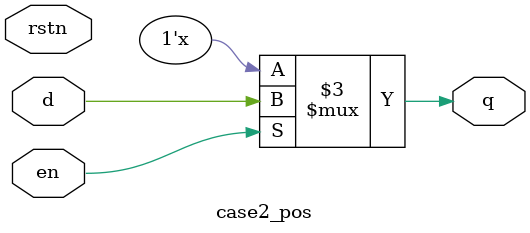
<source format=v>

module case2_pos (  input d,           
                  input en,            
                  input rstn,        
                  output reg q);      
  
   always @ (en or d)  
         if (en)  
            q = d;  
endmodule
</source>
